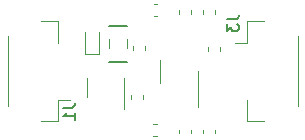
<source format=gbr>
G04 #@! TF.GenerationSoftware,KiCad,Pcbnew,(5.99.0-10394-g2e15de97e0)*
G04 #@! TF.CreationDate,2021-04-26T16:14:32+02:00*
G04 #@! TF.ProjectId,TFI2CEXT01A,54464932-4345-4585-9430-31412e6b6963,REV*
G04 #@! TF.SameCoordinates,PX78dfd90PY8290510*
G04 #@! TF.FileFunction,Legend,Bot*
G04 #@! TF.FilePolarity,Positive*
%FSLAX46Y46*%
G04 Gerber Fmt 4.6, Leading zero omitted, Abs format (unit mm)*
G04 Created by KiCad (PCBNEW (5.99.0-10394-g2e15de97e0)) date 2021-04-26 16:14:32*
%MOMM*%
%LPD*%
G01*
G04 APERTURE LIST*
%ADD10C,0.150000*%
%ADD11C,0.120000*%
G04 APERTURE END LIST*
D10*
G04 #@! TO.C,J1*
X-121832620Y141303333D02*
X-121118334Y141303333D01*
X-120975477Y141350952D01*
X-120880239Y141446190D01*
X-120832620Y141589047D01*
X-120832620Y141684285D01*
X-120832620Y140303333D02*
X-120832620Y140874761D01*
X-120832620Y140589047D02*
X-121832620Y140589047D01*
X-121689762Y140684285D01*
X-121594524Y140779523D01*
X-121546905Y140874761D01*
G04 #@! TO.C,J3*
X-107989620Y148796333D02*
X-107275334Y148796333D01*
X-107132477Y148843952D01*
X-107037239Y148939190D01*
X-106989620Y149082047D01*
X-106989620Y149177285D01*
X-107989620Y148415380D02*
X-107989620Y147796333D01*
X-107608667Y148129666D01*
X-107608667Y147986809D01*
X-107561048Y147891571D01*
X-107513429Y147843952D01*
X-107418191Y147796333D01*
X-107180096Y147796333D01*
X-107084858Y147843952D01*
X-107037239Y147891571D01*
X-106989620Y147986809D01*
X-106989620Y148272523D01*
X-107037239Y148367761D01*
X-107084858Y148415380D01*
D11*
G04 #@! TO.C,R4*
X-113883221Y138936000D02*
X-114208779Y138936000D01*
X-113883221Y139956000D02*
X-114208779Y139956000D01*
G04 #@! TO.C,U2*
X-113634000Y145406000D02*
X-113634000Y143406000D01*
X-110394000Y144406000D02*
X-110394000Y141406000D01*
G04 #@! TO.C,C2*
X-115060000Y142102721D02*
X-115060000Y142428279D01*
X-116080000Y142102721D02*
X-116080000Y142428279D01*
G04 #@! TO.C,D2*
X-119980000Y147701000D02*
X-119980000Y145851000D01*
X-118780000Y145851000D02*
X-119980000Y145851000D01*
X-118780000Y147701000D02*
X-118780000Y145851000D01*
G04 #@! TO.C,R5*
X-108964000Y139156221D02*
X-108964000Y139481779D01*
X-109984000Y139156221D02*
X-109984000Y139481779D01*
G04 #@! TO.C,C3*
X-114933000Y146242721D02*
X-114933000Y146568279D01*
X-115953000Y146242721D02*
X-115953000Y146568279D01*
G04 #@! TO.C,J1*
X-123686000Y140171000D02*
X-122236000Y140171000D01*
X-122236000Y141971000D02*
X-121246000Y141971000D01*
X-123686000Y148641000D02*
X-122236000Y148641000D01*
X-122236000Y148641000D02*
X-122236000Y146841000D01*
X-126506000Y141441000D02*
X-126506000Y147371000D01*
X-122236000Y140171000D02*
X-122236000Y141971000D01*
G04 #@! TO.C,U1*
X-119797000Y143002000D02*
X-119797000Y143802000D01*
X-116677000Y143002000D02*
X-116677000Y143802000D01*
X-119797000Y143002000D02*
X-119797000Y142202000D01*
X-116677000Y143002000D02*
X-116677000Y141202000D01*
G04 #@! TO.C,R1*
X-113857721Y150116000D02*
X-114183279Y150116000D01*
X-113857721Y149096000D02*
X-114183279Y149096000D01*
G04 #@! TO.C,R6*
X-108964000Y149616279D02*
X-108964000Y149290721D01*
X-109984000Y149616279D02*
X-109984000Y149290721D01*
G04 #@! TO.C,R2*
X-110996000Y139156221D02*
X-110996000Y139481779D01*
X-112016000Y139156221D02*
X-112016000Y139481779D01*
G04 #@! TO.C,R3*
X-112016000Y149616279D02*
X-112016000Y149290721D01*
X-110996000Y149616279D02*
X-110996000Y149290721D01*
G04 #@! TO.C,J3*
X-101986000Y147371000D02*
X-101986000Y141441000D01*
X-104806000Y148641000D02*
X-106256000Y148641000D01*
X-106256000Y140171000D02*
X-106256000Y141971000D01*
X-104806000Y140171000D02*
X-106256000Y140171000D01*
X-106256000Y146841000D02*
X-107246000Y146841000D01*
X-106256000Y148641000D02*
X-106256000Y146841000D01*
D10*
G04 #@! TO.C,C1*
X-117983000Y145224500D02*
X-116459000Y145224500D01*
X-116459000Y148272500D02*
X-117983000Y148272500D01*
D11*
X-117983000Y146367500D02*
X-117983000Y147129500D01*
X-116459000Y146367500D02*
X-116459000Y147129500D01*
G04 #@! TO.C,C4*
X-108583000Y146141221D02*
X-108583000Y146466779D01*
X-109603000Y146141221D02*
X-109603000Y146466779D01*
G04 #@! TD*
M02*

</source>
